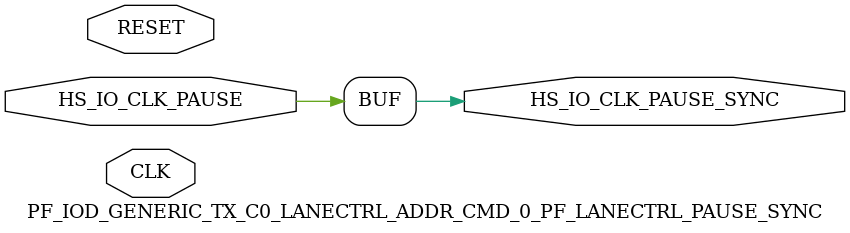
<source format=v>


module PF_IOD_GENERIC_TX_C0_LANECTRL_ADDR_CMD_0_PF_LANECTRL_PAUSE_SYNC( CLK, RESET, HS_IO_CLK_PAUSE, HS_IO_CLK_PAUSE_SYNC );
	
	input CLK, RESET, HS_IO_CLK_PAUSE;
	output HS_IO_CLK_PAUSE_SYNC;

	parameter ENABLE_PAUSE_EXTENSION = 2'b00;

	reg pause_reg_0, pause_reg_1, pause;
	wire pause_sync_0_i;

	generate 
		if( ENABLE_PAUSE_EXTENSION == 3'b000 ) begin : feed
			assign HS_IO_CLK_PAUSE_SYNC = HS_IO_CLK_PAUSE;
		end else if( ENABLE_PAUSE_EXTENSION == 3'b001 ) begin : pipe
			(* HS_IO_CLK_PAUSE_SYNC = 1, syn_keep = 1 *) SLE pause_sync_0(
				.CLK( CLK ),
				.D( HS_IO_CLK_PAUSE ),
				.Q( pause_sync_0_i ),
				.LAT( 1'b0 ),
				.EN( 1'b1 ),
				.ALn( ~RESET ),
				.ADn( 1'b1 ),
				.SLn( 1'b1 ),
				.SD( 1'b0 )
				);

			(* HS_IO_CLK_PAUSE_SYNC = 1, syn_keep = 1 *) SLE pause_sync (
				.CLK( CLK ),
				.D( pause_sync_0_i ),
				.Q( HS_IO_CLK_PAUSE_SYNC ),
				.LAT( 1'b0 ),
				.EN( 1'b1 ),
				.ALn( ~RESET ),
				.ADn( 1'b1 ),
				.SLn( 1'b1 ),
				.SD( 1'b0 )
				);
		end else if ( ENABLE_PAUSE_EXTENSION == 3'b010 ) begin : ext_pipe
			always @(posedge CLK or posedge RESET) begin : ext
				if( RESET == 1'b1 ) begin
					pause_reg_0 <= 1'b0;
					pause_reg_1 <= 1'b0;
					pause <= 1'b0;
				end else begin
					pause_reg_0 <= HS_IO_CLK_PAUSE;
					pause_reg_1 <= pause_reg_0;
					if( HS_IO_CLK_PAUSE == 1'b0 && pause_reg_0 ==1'b1 && pause_reg_1 == 1'b0 )
						pause <= 1'b1; // Extend by 1 cycle if the pulse is less than a cycle
					else
						pause <= HS_IO_CLK_PAUSE;
				end
			end

			(* HS_IO_CLK_PAUSE_SYNC = 1, syn_keep = 1 *) SLE pause_sync (
				.CLK( CLK ),
				.D( pause ),
				.Q( HS_IO_CLK_PAUSE_SYNC ),
				.LAT( 1'b0 ),
				.EN( 1'b1 ),
				.ALn( ~RESET ),
				.ADn( 1'b1 ),
				.SLn( 1'b1 ),
				.SD( 1'b0 )
				);
		end else if ( ENABLE_PAUSE_EXTENSION == 3'b011 ) begin : pipe_fall 
			(* HS_IO_CLK_PAUSE_SYNC = 1, syn_keep = 1 *) SLE pause_sync_0 (
				.CLK( CLK ),
				.D( HS_IO_CLK_PAUSE ),
				.Q( pause_sync_0_i ),
				.LAT( 1'b0 ),
				.EN( 1'b1 ),
				.ALn( ~RESET ),
				.ADn( 1'b1 ),
				.SLn( 1'b1 ),
				.SD( 1'b0 )
				);

			(* HS_IO_CLK_PAUSE_SYNC = 1, syn_keep = 1 *) SLE pause_sync (
				.CLK( ~CLK ),
				.D( pause_sync_0_i ),
				.Q( HS_IO_CLK_PAUSE_SYNC ),
				.LAT( 1'b0 ),
				.EN( 1'b1 ),
				.ALn( ~RESET ),
				.ADn( 1'b1 ),
				.SLn( 1'b1 ),
				.SD( 1'b0 )
				);
		end else if ( ENABLE_PAUSE_EXTENSION == 3'b100 ) begin : ext_pipe_fall 
			always @(posedge CLK or posedge RESET) begin : ext
				if( RESET == 1'b1 ) begin
					pause_reg_0 <= 1'b0;
					pause_reg_1 <= 1'b0;
					pause <= 1'b0;
				end else begin
					pause_reg_0 <= HS_IO_CLK_PAUSE;
					pause_reg_1 <= pause_reg_0;
					if( HS_IO_CLK_PAUSE == 1'b0 && pause_reg_0 ==1'b1 && pause_reg_1 == 1'b0 )
						pause <= 1'b1; // Extend by 1 cycle if the pulse is less than a cycle
					else
						pause <= HS_IO_CLK_PAUSE;
				end
			end

			(* HS_IO_CLK_PAUSE_SYNC = 1, syn_keep = 1 *) SLE pause_sync (
				.CLK( ~CLK ),
				.D( pause ),
				.Q( HS_IO_CLK_PAUSE_SYNC ),
				.LAT( 1'b0 ),
				.EN( 1'b1 ),
				.ALn( ~RESET ),
				.ADn( 1'b1 ),
				.SLn( 1'b1 ),
				.SD( 1'b0 )
				);
		end
	endgenerate

endmodule
</source>
